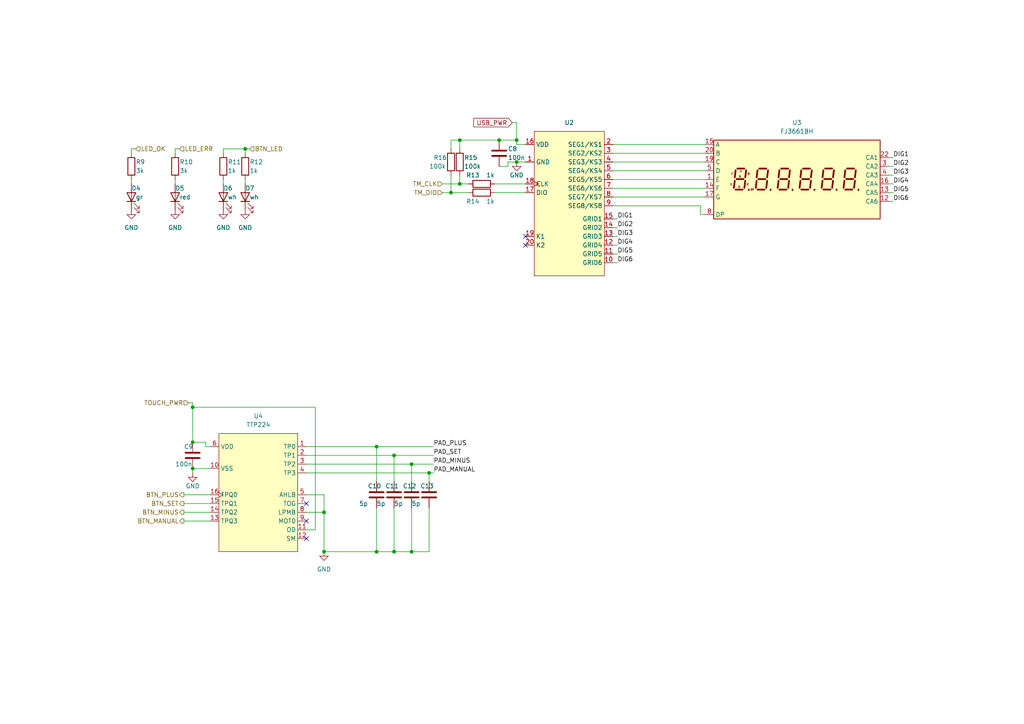
<source format=kicad_sch>
(kicad_sch (version 20231120) (generator "eeschema") (generator_version "8.0")
  (paper "A4")
  (title_block (title "Homegreen Node Basic") (date "2024-01-17") (rev "v1.4.4") (company "Homegreen"))
  (lib_symbols
    (symbol "Device:C" (pin_numbers hide) (pin_names (offset 0.254))
      (property "Reference" "C" (at 0.635 2.54 0))
      (property "Value" "C" (at 0.635 -2.54 0))
      (symbol "C_0_1"
        (polyline (pts (xy -2.032 -0.762) (xy 2.032 -0.762)) (stroke (width 0.508)))
        (polyline (pts (xy -2.032 0.762) (xy 2.032 0.762)) (stroke (width 0.508)))
      )
      (symbol "C_1_1"
        (pin passive line (at 0 3.81 270) (length 2.794) (name "~") (number "1"))
        (pin passive line (at 0 -3.81 90) (length 2.794) (name "~") (number "2"))
      )
    )
    (symbol "Device:LED" (pin_numbers hide) (pin_names (offset 1.016) hide)
      (property "Reference" "D" (at 0 2.54 0))
      (property "Value" "LED" (at 0 -2.54 0))
      (symbol "LED_0_1"
        (polyline (pts (xy -1.27 -1.27) (xy -1.27 1.27)) (stroke (width 0.254)))
        (polyline (pts (xy -1.27 0) (xy 1.27 0)))
        (polyline (pts (xy 1.27 -1.27) (xy 1.27 1.27) (xy -1.27 0) (xy 1.27 -1.27)) (stroke (width 0.254)))
        (polyline (pts (xy -3.048 -0.762) (xy -4.572 -2.286) (xy -3.81 -2.286) (xy -4.572 -2.286) (xy -4.572 -1.524)))
        (polyline (pts (xy -1.778 -0.762) (xy -3.302 -2.286) (xy -2.54 -2.286) (xy -3.302 -2.286) (xy -3.302 -1.524)))
      )
      (symbol "LED_1_1"
        (pin passive line (at -3.81 0 0) (length 2.54) (name "K") (number "1"))
        (pin passive line (at 3.81 0 180) (length 2.54) (name "A") (number "2"))
      )
    )
    (symbol "Device:R" (pin_numbers hide) (pin_names (offset 0))
      (property "Reference" "R" (at 2.032 0 90))
      (property "Value" "R" (at 0 0 90))
      (symbol "R_0_1"
        (rectangle (start -1.016 -2.54) (end 1.016 2.54) (stroke (width 0.254)))
      )
      (symbol "R_1_1"
        (pin passive line (at 0 3.81 270) (length 1.27) (name "~") (number "1"))
        (pin passive line (at 0 -3.81 90) (length 1.27) (name "~") (number "2"))
      )
    )
    (symbol "Pmale_ICs:TM1637"
      (property "Reference" "U" (at -21.59 -13.97 0))
      (symbol "TM1637_1_1"
        (rectangle (start -13.97 8.89) (end 6.35 -33.02) (fill (type background)))
        (pin power_in line (at -16.51 0 0) (length 2.54) (name "GND") (number "1"))
        (pin output line (at 8.89 -29.21 180) (length 2.54) (name "GRID6") (number "10"))
        (pin output line (at 8.89 -26.67 180) (length 2.54) (name "GRID5") (number "11"))
        (pin output line (at 8.89 -24.13 180) (length 2.54) (name "GRID4") (number "12"))
        (pin output line (at 8.89 -21.59 180) (length 2.54) (name "GRID3") (number "13"))
        (pin output line (at 8.89 -19.05 180) (length 2.54) (name "GRID2") (number "14"))
        (pin output line (at 8.89 -16.51 180) (length 2.54) (name "GRID1") (number "15"))
        (pin power_in line (at -16.51 5.08 0) (length 2.54) (name "VDD") (number "16"))
        (pin input line (at -16.51 -8.89 0) (length 2.54) (name "DIO") (number "17"))
        (pin input clock (at -16.51 -6.35 0) (length 2.54) (name "CLK") (number "18"))
        (pin input line (at -16.51 -21.59 0) (length 2.54) (name "K1") (number "19"))
        (pin output line (at 8.89 5.08 180) (length 2.54) (name "SEG1/KS1") (number "2"))
        (pin input line (at -16.51 -24.13 0) (length 2.54) (name "K2") (number "20"))
        (pin output line (at 8.89 2.54 180) (length 2.54) (name "SEG2/KS2") (number "3"))
        (pin output line (at 8.89 0 180) (length 2.54) (name "SEG3/KS3") (number "4"))
        (pin output line (at 8.89 -2.54 180) (length 2.54) (name "SEG4/KS4") (number "5"))
        (pin output line (at 8.89 -5.08 180) (length 2.54) (name "SEG5/KS5") (number "6"))
        (pin output line (at 8.89 -7.62 180) (length 2.54) (name "SEG6/KS6") (number "7"))
        (pin output line (at 8.89 -10.16 180) (length 2.54) (name "SEG7/KS7") (number "8"))
        (pin output line (at 8.89 -12.7 180) (length 2.54) (name "SEG8/KS8") (number "9"))
      )
    )
    (symbol "Pmale_ICs:TTP224"
      (property "Reference" "U" (at -21.59 -22.86 0))
      (property "Value" "TTP224" (at 0 0 0))
      (symbol "TTP224_1_1"
        (rectangle (start -13.97 8.89) (end 8.89 -25.4) (fill (type background)))
        (pin input line (at 11.43 5.08 180) (length 2.54) (name "TP0") (number "1"))
        (pin power_in line (at -16.51 -1.27 0) (length 2.54) (name "VSS") (number "10"))
        (pin input line (at 11.43 -19.05 180) (length 2.54) (name "OD") (number "11"))
        (pin input line (at 11.43 -21.59 180) (length 2.54) (name "SM") (number "12"))
        (pin output line (at -16.51 -16.51 0) (length 2.54) (name "TPQ3") (number "13"))
        (pin output line (at -16.51 -13.97 0) (length 2.54) (name "TPQ2") (number "14"))
        (pin output line (at -16.51 -11.43 0) (length 2.54) (name "TPQ1") (number "15"))
        (pin output clock (at -16.51 -8.89 0) (length 2.54) (name "TPQ0") (number "16"))
        (pin input line (at 11.43 2.54 180) (length 2.54) (name "TP1") (number "2"))
        (pin input line (at 11.43 0 180) (length 2.54) (name "TP2") (number "3"))
        (pin input line (at 11.43 -2.54 180) (length 2.54) (name "TP3") (number "4"))
        (pin input line (at 11.43 -8.89 180) (length 2.54) (name "AHLB") (number "5"))
        (pin power_in line (at -16.51 5.08 0) (length 2.54) (name "VDD") (number "6"))
        (pin input line (at 11.43 -11.43 180) (length 2.54) (name "TOG") (number "7"))
        (pin input line (at 11.43 -13.97 180) (length 2.54) (name "LPMB") (number "8"))
        (pin input line (at 11.43 -16.51 180) (length 2.54) (name "MOT0") (number "9"))
      )
    )
    (symbol "Pmale_Misc:FJ3661BH"
      (property "Reference" "U" (at -22.86 12.7 0))
      (property "Value" "FJ3661BH" (at 12.7 12.7 0))
      (symbol "FJ3661BH_0_1"
        (rectangle (start -22.86 11.43) (end 25.4 -11.43) (stroke (width 0.254)) (fill (type background)))
        (polyline (pts (xy -11.43 -3.81) (xy -11.43 -3.81)) (stroke (width 0.254)))
      )
      (symbol "FJ3661BH_1_0"
        (text "A" (at -14.986 2.413 0) (effects (font (size 0.508 0.508))))
        (text "B" (at -12.7 1.651 0) (effects (font (size 0.508 0.508))))
        (text "C" (at -12.954 -1.397 0) (effects (font (size 0.508 0.508))))
        (text "D" (at -15.494 -2.159 0) (effects (font (size 0.508 0.508))))
        (text "DP" (at -11.684 -2.921 0) (effects (font (size 0.508 0.508))))
        (text "E" (at -17.78 -1.397 0) (effects (font (size 0.508 0.508))))
        (text "F" (at -17.526 1.651 0) (effects (font (size 0.508 0.508))))
        (text "G" (at -15.24 0.889 0) (effects (font (size 0.508 0.508))))
      )
      (symbol "FJ3661BH_1_1"
        (polyline (pts (xy -16.764 -0.381) (xy -17.018 -2.413)) (stroke (width 0.508)))
        (polyline (pts (xy -16.51 -2.921) (xy -14.478 -2.921)) (stroke (width 0.508)))
        (polyline (pts (xy -16.51 2.667) (xy -16.764 0.635)) (stroke (width 0.508)))
        (polyline (pts (xy -16.256 0.127) (xy -14.224 0.127)) (stroke (width 0.508)))
        (polyline (pts (xy -16.002 3.175) (xy -13.97 3.175)) (stroke (width 0.508)))
        (polyline (pts (xy -13.716 -0.381) (xy -13.97 -2.413)) (stroke (width 0.508)))
        (polyline (pts (xy -13.462 2.667) (xy -13.716 0.635)) (stroke (width 0.508)))
        (polyline (pts (xy -12.7 -3.048) (xy -12.7 -2.921)) (stroke (width 0.508)))
        (polyline (pts (xy -10.414 -0.381) (xy -10.668 -2.413)) (stroke (width 0.508)))
        (polyline (pts (xy -10.16 -2.921) (xy -8.128 -2.921)) (stroke (width 0.508)))
        (polyline (pts (xy -10.16 2.667) (xy -10.414 0.635)) (stroke (width 0.508)))
        (polyline (pts (xy -9.906 0.127) (xy -7.874 0.127)) (stroke (width 0.508)))
        (polyline (pts (xy -9.652 3.175) (xy -7.62 3.175)) (stroke (width 0.508)))
        (polyline (pts (xy -7.366 -0.381) (xy -7.62 -2.413)) (stroke (width 0.508)))
        (polyline (pts (xy -7.112 2.667) (xy -7.366 0.635)) (stroke (width 0.508)))
        (polyline (pts (xy -6.35 -3.048) (xy -6.35 -2.921)) (stroke (width 0.508)))
        (polyline (pts (xy -4.064 -0.381) (xy -4.318 -2.413)) (stroke (width 0.508)))
        (polyline (pts (xy -3.81 -2.921) (xy -1.778 -2.921)) (stroke (width 0.508)))
        (polyline (pts (xy -3.81 2.667) (xy -4.064 0.635)) (stroke (width 0.508)))
        (polyline (pts (xy -3.556 0.127) (xy -1.524 0.127)) (stroke (width 0.508)))
        (polyline (pts (xy -3.302 3.175) (xy -1.27 3.175)) (stroke (width 0.508)))
        (polyline (pts (xy -1.016 -0.381) (xy -1.27 -2.413)) (stroke (width 0.508)))
        (polyline (pts (xy -0.762 2.667) (xy -1.016 0.635)) (stroke (width 0.508)))
        (polyline (pts (xy 0 -3.048) (xy 0 -2.921)) (stroke (width 0.508)))
        (polyline (pts (xy 2.286 -0.381) (xy 2.032 -2.413)) (stroke (width 0.508)))
        (polyline (pts (xy 2.54 -2.921) (xy 4.572 -2.921)) (stroke (width 0.508)))
        (polyline (pts (xy 2.54 2.667) (xy 2.286 0.635)) (stroke (width 0.508)))
        (polyline (pts (xy 2.794 0.127) (xy 4.826 0.127)) (stroke (width 0.508)))
        (polyline (pts (xy 3.048 3.175) (xy 5.08 3.175)) (stroke (width 0.508)))
        (polyline (pts (xy 5.334 -0.381) (xy 5.08 -2.413)) (stroke (width 0.508)))
        (polyline (pts (xy 5.588 2.667) (xy 5.334 0.635)) (stroke (width 0.508)))
        (polyline (pts (xy 6.35 -3.048) (xy 6.35 -2.921)) (stroke (width 0.508)))
        (polyline (pts (xy 8.6952 -0.366) (xy 8.4412 -2.398)) (stroke (width 0.508)))
        (polyline (pts (xy 8.9492 -2.906) (xy 10.9812 -2.906)) (stroke (width 0.508)))
        (polyline (pts (xy 8.9492 2.682) (xy 8.6952 0.65)) (stroke (width 0.508)))
        (polyline (pts (xy 9.2032 0.142) (xy 11.2352 0.142)) (stroke (width 0.508)))
        (polyline (pts (xy 9.4572 3.19) (xy 11.4892 3.19)) (stroke (width 0.508)))
        (polyline (pts (xy 11.7432 -0.366) (xy 11.4892 -2.398)) (stroke (width 0.508)))
        (polyline (pts (xy 11.9972 2.682) (xy 11.7432 0.65)) (stroke (width 0.508)))
        (polyline (pts (xy 12.7592 -3.033) (xy 12.7592 -2.906)) (stroke (width 0.508)))
        (polyline (pts (xy 15.0452 -0.366) (xy 14.7912 -2.398)) (stroke (width 0.508)))
        (polyline (pts (xy 15.2992 -2.906) (xy 17.3312 -2.906)) (stroke (width 0.508)))
        (polyline (pts (xy 15.2992 2.682) (xy 15.0452 0.65)) (stroke (width 0.508)))
        (polyline (pts (xy 15.5532 0.142) (xy 17.5852 0.142)) (stroke (width 0.508)))
        (polyline (pts (xy 15.8072 3.19) (xy 17.8392 3.19)) (stroke (width 0.508)))
        (polyline (pts (xy 18.0932 -0.366) (xy 17.8392 -2.398)) (stroke (width 0.508)))
        (polyline (pts (xy 18.3472 2.682) (xy 18.0932 0.65)) (stroke (width 0.508)))
        (polyline (pts (xy 19.1092 -3.033) (xy 19.1092 -2.906)) (stroke (width 0.508)))
        (pin input line (at -25.4 0 0) (length 2.54) (name "E") (number "1"))
        (pin input line (at 27.94 -6.35 180) (length 2.54) (name "CA6") (number "12"))
        (pin input line (at 27.94 -3.81 180) (length 2.54) (name "CA5") (number "13"))
        (pin input line (at -25.4 -2.54 0) (length 2.54) (name "F") (number "14"))
        (pin input line (at -25.4 10.16 0) (length 2.54) (name "A") (number "15"))
        (pin input line (at 27.94 -1.27 180) (length 2.54) (name "CA4") (number "16"))
        (pin input line (at -25.4 -5.08 0) (length 2.54) (name "G") (number "17"))
        (pin input line (at -25.4 5.08 0) (length 2.54) (name "C") (number "19"))
        (pin input line (at -25.4 7.62 0) (length 2.54) (name "B") (number "20"))
        (pin input line (at 27.94 6.35 180) (length 2.54) (name "CA1") (number "22"))
        (pin input line (at 27.94 3.81 180) (length 2.54) (name "CA2") (number "3"))
        (pin input line (at 27.94 1.27 180) (length 2.54) (name "CA3") (number "4"))
        (pin input line (at -25.4 2.54 0) (length 2.54) (name "D") (number "5"))
        (pin input line (at -25.4 -10.16 0) (length 2.54) (name "DP") (number "8"))
      )
    )
    (symbol "power:GND" (power) (pin_names (offset 0))
      (property "Value" "GND" (at 0 -3.81 0))
      (symbol "GND_0_1"
        (polyline (pts (xy 0 0) (xy 0 -1.27) (xy 1.27 -1.27) (xy 0 -2.54) (xy -1.27 -1.27) (xy 0 -1.27)))
      )
      (symbol "GND_1_1"
        (pin power_in line (at 0 0 270) (length 0) hide (name "GND") (number "1"))
      )
    )
  )
  (junction (at 55.88 118.11))
  (junction (at 144.78 40.64))
  (junction (at 71.12 43.18))
  (junction (at 149.86 46.99))
  (junction (at 119.38 134.62))
  (junction (at 133.35 53.34))
  (junction (at 130.81 55.88))
  (junction (at 55.88 135.89))
  (junction (at 114.3 132.08))
  (junction (at 124.46 137.16))
  (junction (at 55.88 128.27))
  (junction (at 93.98 148.59))
  (junction (at 109.22 129.54))
  (junction (at 149.86 40.64))
  (junction (at 119.38 160.02))
  (junction (at 109.22 160.02))
  (junction (at 114.3 160.02))
  (junction (at 93.98 160.02))
  (junction (at 133.35 40.64))
  (no_connect (at 152.4 71.12))
  (no_connect (at 88.9 156.21))
  (no_connect (at 152.4 68.58))
  (no_connect (at 88.9 151.13))
  (no_connect (at 88.9 146.05))
  (wire (pts (xy 88.9 148.59) (xy 93.98 148.59)))
  (wire (pts (xy 177.8 54.61) (xy 204.47 54.61)))
  (wire (pts (xy 149.86 40.64) (xy 149.86 41.91)))
  (wire (pts (xy 133.35 43.18) (xy 133.35 40.64)))
  (wire (pts (xy 257.81 50.8) (xy 259.08 50.8)))
  (wire (pts (xy 50.8 52.07) (xy 50.8 53.34)))
  (wire (pts (xy 114.3 132.08) (xy 125.73 132.08)))
  (wire (pts (xy 119.38 160.02) (xy 114.3 160.02)))
  (wire (pts (xy 38.1 44.45) (xy 38.1 43.18)))
  (wire (pts (xy 54.61 116.84) (xy 55.88 116.84)))
  (wire (pts (xy 88.9 137.16) (xy 124.46 137.16)))
  (wire (pts (xy 55.88 135.89) (xy 60.96 135.89)))
  (wire (pts (xy 55.88 128.27) (xy 59.69 128.27)))
  (wire (pts (xy 177.8 44.45) (xy 204.47 44.45)))
  (wire (pts (xy 177.8 73.66) (xy 179.07 73.66)))
  (wire (pts (xy 91.44 153.67) (xy 91.44 118.11)))
  (wire (pts (xy 177.8 59.69) (xy 203.2 59.69)))
  (wire (pts (xy 64.77 52.07) (xy 64.77 53.34)))
  (wire (pts (xy 50.8 43.18) (xy 52.07 43.18)))
  (wire (pts (xy 147.32 48.26) (xy 147.32 46.99)))
  (wire (pts (xy 147.32 46.99) (xy 149.86 46.99)))
  (wire (pts (xy 55.88 118.11) (xy 55.88 128.27)))
  (wire (pts (xy 130.81 50.8) (xy 130.81 55.88)))
  (wire (pts (xy 257.81 45.72) (xy 259.08 45.72)))
  (wire (pts (xy 88.9 132.08) (xy 114.3 132.08)))
  (wire (pts (xy 88.9 143.51) (xy 93.98 143.51)))
  (wire (pts (xy 128.27 55.88) (xy 130.81 55.88)))
  (wire (pts (xy 177.8 57.15) (xy 204.47 57.15)))
  (wire (pts (xy 130.81 43.18) (xy 130.81 40.64)))
  (wire (pts (xy 64.77 44.45) (xy 64.77 43.18)))
  (wire (pts (xy 59.69 129.54) (xy 59.69 128.27)))
  (wire (pts (xy 130.81 55.88) (xy 135.89 55.88)))
  (wire (pts (xy 64.77 43.18) (xy 71.12 43.18)))
  (wire (pts (xy 177.8 46.99) (xy 204.47 46.99)))
  (wire (pts (xy 177.8 63.5) (xy 179.07 63.5)))
  (wire (pts (xy 114.3 132.08) (xy 114.3 139.7)))
  (wire (pts (xy 114.3 160.02) (xy 109.22 160.02)))
  (wire (pts (xy 128.27 53.34) (xy 133.35 53.34)))
  (wire (pts (xy 60.96 129.54) (xy 59.69 129.54)))
  (wire (pts (xy 177.8 66.04) (xy 179.07 66.04)))
  (wire (pts (xy 109.22 129.54) (xy 109.22 139.7)))
  (wire (pts (xy 203.2 62.23) (xy 204.47 62.23)))
  (wire (pts (xy 203.2 59.69) (xy 203.2 62.23)))
  (wire (pts (xy 38.1 43.18) (xy 39.37 43.18)))
  (wire (pts (xy 177.8 71.12) (xy 179.07 71.12)))
  (wire (pts (xy 133.35 40.64) (xy 144.78 40.64)))
  (wire (pts (xy 119.38 147.32) (xy 119.38 160.02)))
  (wire (pts (xy 71.12 43.18) (xy 71.12 44.45)))
  (wire (pts (xy 93.98 143.51) (xy 93.98 148.59)))
  (wire (pts (xy 109.22 129.54) (xy 125.73 129.54)))
  (wire (pts (xy 124.46 137.16) (xy 125.73 137.16)))
  (wire (pts (xy 152.4 46.99) (xy 149.86 46.99)))
  (wire (pts (xy 109.22 160.02) (xy 93.98 160.02)))
  (wire (pts (xy 114.3 147.32) (xy 114.3 160.02)))
  (wire (pts (xy 177.8 76.2) (xy 179.07 76.2)))
  (wire (pts (xy 124.46 160.02) (xy 119.38 160.02)))
  (wire (pts (xy 53.34 146.05) (xy 60.96 146.05)))
  (wire (pts (xy 149.86 40.64) (xy 149.86 35.56)))
  (wire (pts (xy 55.88 116.84) (xy 55.88 118.11)))
  (wire (pts (xy 53.34 148.59) (xy 60.96 148.59)))
  (wire (pts (xy 124.46 147.32) (xy 124.46 160.02)))
  (wire (pts (xy 257.81 48.26) (xy 259.08 48.26)))
  (wire (pts (xy 53.34 143.51) (xy 60.96 143.51)))
  (wire (pts (xy 53.34 151.13) (xy 60.96 151.13)))
  (wire (pts (xy 257.81 58.42) (xy 259.08 58.42)))
  (wire (pts (xy 133.35 53.34) (xy 135.89 53.34)))
  (wire (pts (xy 143.51 53.34) (xy 152.4 53.34)))
  (wire (pts (xy 50.8 44.45) (xy 50.8 43.18)))
  (wire (pts (xy 177.8 41.91) (xy 204.47 41.91)))
  (wire (pts (xy 152.4 41.91) (xy 149.86 41.91)))
  (wire (pts (xy 130.81 40.64) (xy 133.35 40.64)))
  (wire (pts (xy 55.88 118.11) (xy 91.44 118.11)))
  (wire (pts (xy 71.12 43.18) (xy 72.39 43.18)))
  (wire (pts (xy 88.9 153.67) (xy 91.44 153.67)))
  (wire (pts (xy 124.46 137.16) (xy 124.46 139.7)))
  (wire (pts (xy 257.81 53.34) (xy 259.08 53.34)))
  (wire (pts (xy 119.38 134.62) (xy 119.38 139.7)))
  (wire (pts (xy 109.22 147.32) (xy 109.22 160.02)))
  (wire (pts (xy 55.88 135.89) (xy 55.88 137.16)))
  (wire (pts (xy 177.8 68.58) (xy 179.07 68.58)))
  (wire (pts (xy 144.78 48.26) (xy 147.32 48.26)))
  (wire (pts (xy 257.81 55.88) (xy 259.08 55.88)))
  (wire (pts (xy 177.8 49.53) (xy 204.47 49.53)))
  (wire (pts (xy 119.38 134.62) (xy 125.73 134.62)))
  (wire (pts (xy 133.35 50.8) (xy 133.35 53.34)))
  (wire (pts (xy 148.59 35.56) (xy 149.86 35.56)))
  (wire (pts (xy 93.98 148.59) (xy 93.98 160.02)))
  (wire (pts (xy 88.9 134.62) (xy 119.38 134.62)))
  (wire (pts (xy 177.8 52.07) (xy 204.47 52.07)))
  (wire (pts (xy 144.78 40.64) (xy 149.86 40.64)))
  (wire (pts (xy 38.1 52.07) (xy 38.1 53.34)))
  (wire (pts (xy 88.9 129.54) (xy 109.22 129.54)))
  (wire (pts (xy 71.12 52.07) (xy 71.12 53.34)))
  (wire (pts (xy 143.51 55.88) (xy 152.4 55.88)))
  (label "DIG5" (at 179.07 73.66 0))
  (label "DIG4" (at 259.08 53.34 0))
  (label "PAD_SET" (at 125.73 132.08 0))
  (label "DIG1" (at 259.08 45.72 0))
  (label "DIG5" (at 259.08 55.88 0))
  (label "DIG3" (at 179.07 68.58 0))
  (label "PAD_MINUS" (at 125.73 134.62 0))
  (label "DIG1" (at 179.07 63.5 0))
  (label "PAD_MANUAL" (at 125.73 137.16 0))
  (label "DIG6" (at 179.07 76.2 0))
  (label "DIG4" (at 179.07 71.12 0))
  (label "DIG6" (at 259.08 58.42 0))
  (label "PAD_PLUS" (at 125.73 129.54 0))
  (label "DIG3" (at 259.08 50.8 0))
  (label "DIG2" (at 259.08 48.26 0))
  (label "DIG2" (at 179.07 66.04 0))
  (global_label "USB_PWR" (shape input) (at 148.59 35.56 180) (property "Intersheetrefs" "${INTERSHEET_REFS}" (effects (hide yes))))
  (hierarchical_label "TOUCH_PWR" (shape input) (at 54.61 116.84 180))
  (hierarchical_label "BTN_PLUS" (shape output) (at 53.34 143.51 180))
  (hierarchical_label "BTN_MINUS" (shape output) (at 53.34 148.59 180))
  (hierarchical_label "LED_OK" (shape input) (at 39.37 43.18 0))
  (hierarchical_label "BTN_SET" (shape output) (at 53.34 146.05 180))
  (hierarchical_label "LED_ERR" (shape input) (at 52.07 43.18 0))
  (hierarchical_label "TM_DIO" (shape input) (at 128.27 55.88 180))
  (hierarchical_label "TM_CLK" (shape input) (at 128.27 53.34 180))
  (hierarchical_label "BTN_LED" (shape input) (at 72.39 43.18 0))
  (hierarchical_label "BTN_MANUAL" (shape output) (at 53.34 151.13 180))
  (symbol (lib_id "Device:R") (at 71.12 48.26 180) (unit 1)
    (property "Reference" "R12" (at 72.39 46.99 0) (effects (justify right)))
    (property "Value" "1k" (at 72.39 49.53 0) (effects (justify right)))
    (property "Footprint" "Resistor_SMD:R_0805_2012Metric" (effects (hide yes)))
  )
  (symbol (lib_id "power:GND") (at 93.98 160.02 0) (unit 1)
    (property "Reference" "#PWR018" (effects (hide yes)))
    (property "Value" "GND" (at 93.98 165.1 0))
  )
  (symbol (lib_id "Device:R") (at 130.81 46.99 180) (unit 1)
    (property "Reference" "R16" (at 125.73 45.72 0) (effects (justify right)))
    (property "Value" "100k" (at 124.46 48.26 0) (effects (justify right)))
    (property "Footprint" "Resistor_SMD:R_0805_2012Metric" (effects (hide yes)))
  )
  (symbol (lib_id "power:GND") (at 64.77 60.96 0) (unit 1)
    (property "Reference" "#PWR012" (effects (hide yes)))
    (property "Value" "GND" (at 64.77 66.04 0))
  )
  (symbol (lib_id "Pmale_ICs:TM1637") (at 168.91 46.99 0) (unit 1)
    (property "Reference" "U2" (at 165.1 35.56 0))
    (property "Value" "TM1637" (effects (hide yes)))
    (property "Footprint" "Package_SO:SO-20_12.8x7.5mm_P1.27mm" (effects (hide yes)))
    (property "Datasheet" "https://m5stack.oss-cn-shenzhen.aliyuncs.com/resource/docs/datasheet/unit/digi_clock/TM1637.pdf" (effects (hide yes)))
  )
  (symbol (lib_id "Pmale_Misc:FJ3661BH") (at 229.87 52.07 0) (unit 1)
    (property "Reference" "U3" (at 231.14 35.56 0))
    (property "Value" "FJ3661BH" (at 231.14 38.1 0))
    (property "Footprint" "Pmale_Misc:FJ3661BH" (effects (hide yes)))
    (property "Datasheet" "https://www.lcsc.com/product-detail/Led-Segment-Display_Made-in-Cina-FJ3661BH_C68298.html" (effects (hide yes)))
  )
  (symbol (lib_id "power:GND") (at 38.1 60.96 0) (unit 1)
    (property "Reference" "#PWR010" (effects (hide yes)))
    (property "Value" "GND" (at 38.1 66.04 0))
  )
  (symbol (lib_id "Device:LED") (at 71.12 57.15 90) (unit 1)
    (property "Reference" "D7" (at 71.12 54.61 90) (effects (justify right)))
    (property "Value" "wh" (at 72.39 57.15 90) (effects (justify right)))
    (property "Footprint" "LED_SMD:LED_0805_2012Metric" (effects (hide yes)))
  )
  (symbol (lib_id "Device:LED") (at 50.8 57.15 90) (unit 1)
    (property "Reference" "D5" (at 50.8 54.61 90) (effects (justify right)))
    (property "Value" "red" (at 52.07 57.15 90) (effects (justify right)))
    (property "Footprint" "LED_SMD:LED_PLCC_2835" (effects (hide yes)))
  )
  (symbol (lib_id "Device:LED") (at 38.1 57.15 90) (unit 1)
    (property "Reference" "D4" (at 38.1 54.61 90) (effects (justify right)))
    (property "Value" "gr" (at 39.37 57.15 90) (effects (justify right)))
    (property "Footprint" "LED_SMD:LED_PLCC_2835" (effects (hide yes)))
  )
  (symbol (lib_id "Device:R") (at 64.77 48.26 180) (unit 1)
    (property "Reference" "R11" (at 66.04 46.99 0) (effects (justify right)))
    (property "Value" "1k" (at 66.04 49.53 0) (effects (justify right)))
    (property "Footprint" "Resistor_SMD:R_0805_2012Metric" (effects (hide yes)))
  )
  (symbol (lib_id "power:GND") (at 149.86 46.99 0) (unit 1)
    (property "Reference" "#PWR015" (effects (hide yes)))
    (property "Value" "GND" (at 149.86 50.8 0))
  )
  (symbol (lib_id "power:GND") (at 71.12 60.96 0) (unit 1)
    (property "Reference" "#PWR013" (effects (hide yes)))
    (property "Value" "GND" (at 71.12 66.04 0))
  )
  (symbol (lib_id "Device:R") (at 133.35 46.99 180) (unit 1)
    (property "Reference" "R15" (at 134.62 45.72 0) (effects (justify right)))
    (property "Value" "100k" (at 134.62 48.26 0) (effects (justify right)))
    (property "Footprint" "Resistor_SMD:R_0805_2012Metric" (effects (hide yes)))
  )
  (symbol (lib_id "Device:R") (at 38.1 48.26 180) (unit 1)
    (property "Reference" "R9" (at 39.37 46.99 0) (effects (justify right)))
    (property "Value" "3k" (at 39.37 49.53 0) (effects (justify right)))
    (property "Footprint" "Resistor_SMD:R_0805_2012Metric" (effects (hide yes)))
  )
  (symbol (lib_id "power:GND") (at 55.88 137.16 0) (unit 1)
    (property "Reference" "#PWR017" (effects (hide yes)))
    (property "Value" "GND" (at 55.88 140.97 0))
  )
  (symbol (lib_id "power:GND") (at 50.8 60.96 0) (unit 1)
    (property "Reference" "#PWR011" (effects (hide yes)))
    (property "Value" "GND" (at 50.8 66.04 0))
  )
  (symbol (lib_id "Device:C") (at 119.38 143.51 0) (unit 1)
    (property "Reference" "C12" (at 116.84 140.97 0) (effects (justify left)))
    (property "Value" "5p" (at 114.3 146.05 0) (effects (justify left)))
    (property "Footprint" "Capacitor_SMD:C_0805_2012Metric" (effects (hide yes)))
  )
  (symbol (lib_id "Device:R") (at 139.7 55.88 270) (unit 1)
    (property "Reference" "R14" (at 137.16 58.42 90))
    (property "Value" "1k" (at 142.24 58.42 90))
    (property "Footprint" "Resistor_SMD:R_0805_2012Metric" (effects (hide yes)))
  )
  (symbol (lib_id "Device:C") (at 114.3 143.51 0) (unit 1)
    (property "Reference" "C11" (at 111.76 140.97 0) (effects (justify left)))
    (property "Value" "5p" (at 109.22 146.05 0) (effects (justify left)))
    (property "Footprint" "Capacitor_SMD:C_0805_2012Metric" (effects (hide yes)))
  )
  (symbol (lib_id "Device:R") (at 139.7 53.34 270) (unit 1)
    (property "Reference" "R13" (at 137.16 50.8 90))
    (property "Value" "1k" (at 142.24 50.8 90))
    (property "Footprint" "Resistor_SMD:R_0805_2012Metric" (effects (hide yes)))
  )
  (symbol (lib_id "Device:C") (at 55.88 132.08 0) (unit 1)
    (property "Reference" "C9" (at 53.34 129.54 0) (effects (justify left)))
    (property "Value" "100n" (at 50.8 134.62 0) (effects (justify left)))
    (property "Footprint" "Capacitor_SMD:C_0805_2012Metric" (effects (hide yes)))
  )
  (symbol (lib_id "Device:C") (at 109.22 143.51 0) (unit 1)
    (property "Reference" "C10" (at 106.68 140.97 0) (effects (justify left)))
    (property "Value" "5p" (at 104.14 146.05 0) (effects (justify left)))
    (property "Footprint" "Capacitor_SMD:C_0805_2012Metric" (effects (hide yes)))
  )
  (symbol (lib_id "Device:LED") (at 64.77 57.15 90) (unit 1)
    (property "Reference" "D6" (at 64.77 54.61 90) (effects (justify right)))
    (property "Value" "wh" (at 66.04 57.15 90) (effects (justify right)))
    (property "Footprint" "LED_SMD:LED_0805_2012Metric" (effects (hide yes)))
  )
  (symbol (lib_id "Device:C") (at 124.46 143.51 0) (unit 1)
    (property "Reference" "C13" (at 121.92 140.97 0) (effects (justify left)))
    (property "Value" "5p" (at 119.38 146.05 0) (effects (justify left)))
    (property "Footprint" "Capacitor_SMD:C_0805_2012Metric" (effects (hide yes)))
  )
  (symbol (lib_id "Device:R") (at 50.8 48.26 180) (unit 1)
    (property "Reference" "R10" (at 52.07 46.99 0) (effects (justify right)))
    (property "Value" "3k" (at 52.07 49.53 0) (effects (justify right)))
    (property "Footprint" "Resistor_SMD:R_0805_2012Metric" (effects (hide yes)))
  )
  (symbol (lib_id "Device:C") (at 144.78 44.45 0) (unit 1)
    (property "Reference" "C8" (at 147.32 43.18 0) (effects (justify left)))
    (property "Value" "100n" (at 147.32 45.72 0) (effects (justify left)))
    (property "Footprint" "Capacitor_SMD:C_0805_2012Metric" (effects (hide yes)))
  )
  (symbol (lib_id "Pmale_ICs:TTP224") (at 77.47 134.62 0) (unit 1)
    (property "Reference" "U4" (at 74.93 120.65 0))
    (property "Value" "TTP224" (at 74.93 123.19 0))
    (property "Footprint" "Package_SO:SSOP-16_3.9x4.9mm_P0.635mm" (effects (hide yes)))
    (property "Datasheet" "https://datasheet.lcsc.com/lcsc/2109061130_Tontek-Design-Tech-TTP224C-BSBN_C2890350.pdf" (effects (hide yes)))
  )
)
</source>
